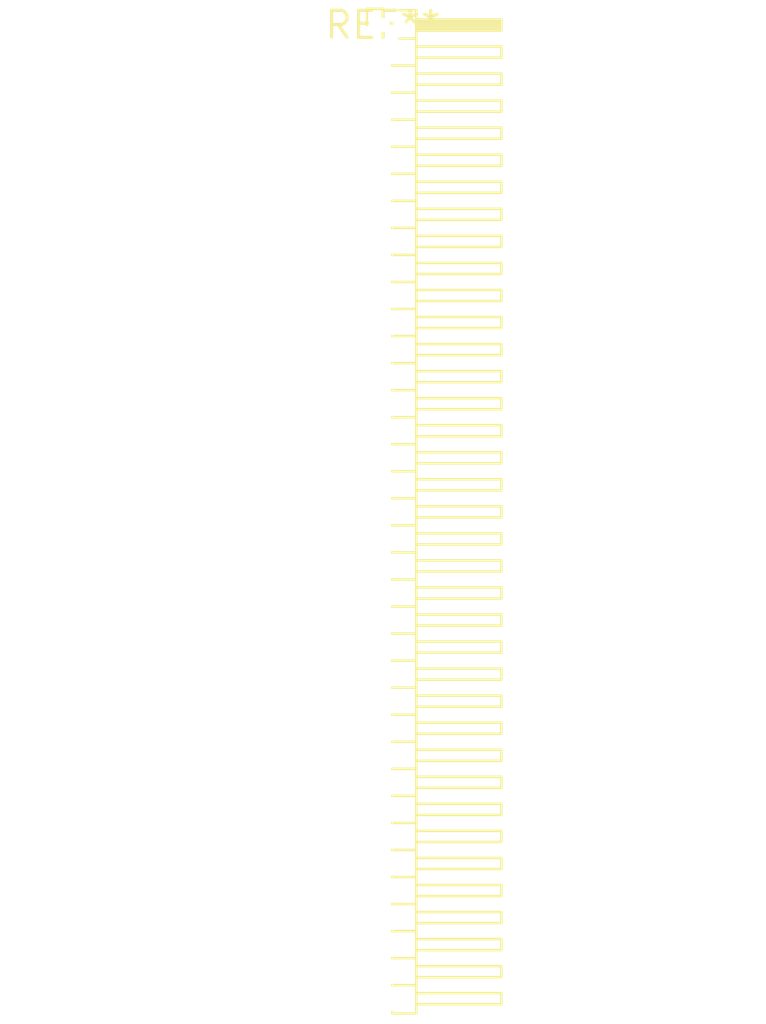
<source format=kicad_pcb>
(kicad_pcb (version 20240108) (generator pcbnew)
  (layers (0 "F.Cu" signal) (31 "B.Cu" signal) (34 "B.Paste" user) (35 "F.Paste" user) (36 "B.SilkS" user "B.Silkscreen") (37 "F.SilkS" user "F.Silkscreen") (38 "B.Mask" user) (39 "F.Mask" user) (44 "Edge.Cuts" user))
  (net 0 "")
  (footprint "PinHeader_1x37_P1.27mm_Horizontal" (layer "F.Cu") (at 0 0)
    (property "Reference" "REF**")
    (property "Value" "PinHeader_1x37_P1.27mm_Horizontal")
    (fp_line (start -0.76 -0.76) (end 0 -0.76) (layer "F.SilkS") (stroke (width 0.12)))
    (fp_line (start -0.76 0) (end -0.76 -0.76) (layer "F.SilkS") (stroke (width 0.12)))
    (fp_line (start 0.44 1.889677) (end 0.44 1.920323) (layer "F.SilkS") (stroke (width 0.12)))
    (fp_line (start 0.44 1.905) (end 1.56 1.905) (layer "F.SilkS") (stroke (width 0.12)))
    (fp_line (start 0.44 3.159677) (end 0.44 3.190323) (layer "F.SilkS") (stroke (width 0.12)))
    (fp_line (start 0.44 3.175) (end 1.56 3.175) (layer "F.SilkS") (stroke (width 0.12)))
    (fp_line (start 0.44 4.429677) (end 0.44 4.460323) (layer "F.SilkS") (stroke (width 0.12)))
    (fp_line (start 0.44 4.445) (end 1.56 4.445) (layer "F.SilkS") (stroke (width 0.12)))
    (fp_line (start 0.44 5.699677) (end 0.44 5.730323) (layer "F.SilkS") (stroke (width 0.12)))
    (fp_line (start 0.44 5.715) (end 1.56 5.715) (layer "F.SilkS") (stroke (width 0.12)))
    (fp_line (start 0.44 6.969677) (end 0.44 7.000323) (layer "F.SilkS") (stroke (width 0.12)))
    (fp_line (start 0.44 6.985) (end 1.56 6.985) (layer "F.SilkS") (stroke (width 0.12)))
    (fp_line (start 0.44 8.239677) (end 0.44 8.270323) (layer "F.SilkS") (stroke (width 0.12)))
    (fp_line (start 0.44 8.255) (end 1.56 8.255) (layer "F.SilkS") (stroke (width 0.12)))
    (fp_line (start 0.44 9.509677) (end 0.44 9.540323) (layer "F.SilkS") (stroke (width 0.12)))
    (fp_line (start 0.44 9.525) (end 1.56 9.525) (layer "F.SilkS") (stroke (width 0.12)))
    (fp_line (start 0.44 10.779677) (end 0.44 10.810323) (layer "F.SilkS") (stroke (width 0.12)))
    (fp_line (start 0.44 10.795) (end 1.56 10.795) (layer "F.SilkS") (stroke (width 0.12)))
    (fp_line (start 0.44 12.049677) (end 0.44 12.080323) (layer "F.SilkS") (stroke (width 0.12)))
    (fp_line (start 0.44 12.065) (end 1.56 12.065) (layer "F.SilkS") (stroke (width 0.12)))
    (fp_line (start 0.44 13.319677) (end 0.44 13.350323) (layer "F.SilkS") (stroke (width 0.12)))
    (fp_line (start 0.44 13.335) (end 1.56 13.335) (layer "F.SilkS") (stroke (width 0.12)))
    (fp_line (start 0.44 14.589677) (end 0.44 14.620323) (layer "F.SilkS") (stroke (width 0.12)))
    (fp_line (start 0.44 14.605) (end 1.56 14.605) (layer "F.SilkS") (stroke (width 0.12)))
    (fp_line (start 0.44 15.859677) (end 0.44 15.890323) (layer "F.SilkS") (stroke (width 0.12)))
    (fp_line (start 0.44 15.875) (end 1.56 15.875) (layer "F.SilkS") (stroke (width 0.12)))
    (fp_line (start 0.44 17.129677) (end 0.44 17.160323) (layer "F.SilkS") (stroke (width 0.12)))
    (fp_line (start 0.44 17.145) (end 1.56 17.145) (layer "F.SilkS") (stroke (width 0.12)))
    (fp_line (start 0.44 18.399677) (end 0.44 18.430323) (layer "F.SilkS") (stroke (width 0.12)))
    (fp_line (start 0.44 18.415) (end 1.56 18.415) (layer "F.SilkS") (stroke (width 0.12)))
    (fp_line (start 0.44 19.669677) (end 0.44 19.700323) (layer "F.SilkS") (stroke (width 0.12)))
    (fp_line (start 0.44 19.685) (end 1.56 19.685) (layer "F.SilkS") (stroke (width 0.12)))
    (fp_line (start 0.44 20.939677) (end 0.44 20.970323) (layer "F.SilkS") (stroke (width 0.12)))
    (fp_line (start 0.44 20.955) (end 1.56 20.955) (layer "F.SilkS") (stroke (width 0.12)))
    (fp_line (start 0.44 22.209677) (end 0.44 22.240323) (layer "F.SilkS") (stroke (width 0.12)))
    (fp_line (start 0.44 22.225) (end 1.56 22.225) (layer "F.SilkS") (stroke (width 0.12)))
    (fp_line (start 0.44 23.479677) (end 0.44 23.510323) (layer "F.SilkS") (stroke (width 0.12)))
    (fp_line (start 0.44 23.495) (end 1.56 23.495) (layer "F.SilkS") (stroke (width 0.12)))
    (fp_line (start 0.44 24.749677) (end 0.44 24.780323) (layer "F.SilkS") (stroke (width 0.12)))
    (fp_line (start 0.44 24.765) (end 1.56 24.765) (layer "F.SilkS") (stroke (width 0.12)))
    (fp_line (start 0.44 26.019677) (end 0.44 26.050323) (layer "F.SilkS") (stroke (width 0.12)))
    (fp_line (start 0.44 26.035) (end 1.56 26.035) (layer "F.SilkS") (stroke (width 0.12)))
    (fp_line (start 0.44 27.289677) (end 0.44 27.320323) (layer "F.SilkS") (stroke (width 0.12)))
    (fp_line (start 0.44 27.305) (end 1.56 27.305) (layer "F.SilkS") (stroke (width 0.12)))
    (fp_line (start 0.44 28.559677) (end 0.44 28.590323) (layer "F.SilkS") (stroke (width 0.12)))
    (fp_line (start 0.44 28.575) (end 1.56 28.575) (layer "F.SilkS") (stroke (width 0.12)))
    (fp_line (start 0.44 29.829677) (end 0.44 29.860323) (layer "F.SilkS") (stroke (width 0.12)))
    (fp_line (start 0.44 29.845) (end 1.56 29.845) (layer "F.SilkS") (stroke (width 0.12)))
    (fp_line (start 0.44 31.099677) (end 0.44 31.130323) (layer "F.SilkS") (stroke (width 0.12)))
    (fp_line (start 0.44 31.115) (end 1.56 31.115) (layer "F.SilkS") (stroke (width 0.12)))
    (fp_line (start 0.44 32.369677) (end 0.44 32.400323) (layer "F.SilkS") (stroke (width 0.12)))
    (fp_line (start 0.44 32.385) (end 1.56 32.385) (layer "F.SilkS") (stroke (width 0.12)))
    (fp_line (start 0.44 33.639677) (end 0.44 33.670323) (layer "F.SilkS") (stroke (width 0.12)))
    (fp_line (start 0.44 33.655) (end 1.56 33.655) (layer "F.SilkS") (stroke (width 0.12)))
    (fp_line (start 0.44 34.909677) (end 0.44 34.940323) (layer "F.SilkS") (stroke (width 0.12)))
    (fp_line (start 0.44 34.925) (end 1.56 34.925) (layer "F.SilkS") (stroke (width 0.12)))
    (fp_line (start 0.44 36.179677) (end 0.44 36.210323) (layer "F.SilkS") (stroke (width 0.12)))
    (fp_line (start 0.44 36.195) (end 1.56 36.195) (layer "F.SilkS") (stroke (width 0.12)))
    (fp_line (start 0.44 37.449677) (end 0.44 37.480323) (layer "F.SilkS") (stroke (width 0.12)))
    (fp_line (start 0.44 37.465) (end 1.56 37.465) (layer "F.SilkS") (stroke (width 0.12)))
    (fp_line (start 0.44 38.719677) (end 0.44 38.750323) (layer "F.SilkS") (stroke (width 0.12)))
    (fp_line (start 0.44 38.735) (end 1.56 38.735) (layer "F.SilkS") (stroke (width 0.12)))
    (fp_line (start 0.44 39.989677) (end 0.44 40.020323) (layer "F.SilkS") (stroke (width 0.12)))
    (fp_line (start 0.44 40.005) (end 1.56 40.005) (layer "F.SilkS") (stroke (width 0.12)))
    (fp_line (start 0.44 41.259677) (end 0.44 41.290323) (layer "F.SilkS") (stroke (width 0.12)))
    (fp_line (start 0.44 41.275) (end 1.56 41.275) (layer "F.SilkS") (stroke (width 0.12)))
    (fp_line (start 0.44 42.529677) (end 0.44 42.560323) (layer "F.SilkS") (stroke (width 0.12)))
    (fp_line (start 0.44 42.545) (end 1.56 42.545) (layer "F.SilkS") (stroke (width 0.12)))
    (fp_line (start 0.44 43.799677) (end 0.44 43.830323) (layer "F.SilkS") (stroke (width 0.12)))
    (fp_line (start 0.44 43.815) (end 1.56 43.815) (layer "F.SilkS") (stroke (width 0.12)))
    (fp_line (start 0.44 45.069677) (end 0.44 45.100323) (layer "F.SilkS") (stroke (width 0.12)))
    (fp_line (start 0.44 45.085) (end 1.56 45.085) (layer "F.SilkS") (stroke (width 0.12)))
    (fp_line (start 0.44 46.415) (end 0.44 46.339677) (layer "F.SilkS") (stroke (width 0.12)))
    (fp_line (start 0.76 -0.695) (end 1.56 -0.695) (layer "F.SilkS") (stroke (width 0.12)))
    (fp_line (start 0.76 0.635) (end 1.56 0.635) (layer "F.SilkS") (stroke (width 0.12)))
    (fp_line (start 1.56 -0.695) (end 1.56 46.415) (layer "F.SilkS") (stroke (width 0.12)))
    (fp_line (start 1.56 -0.26) (end 5.56 -0.26) (layer "F.SilkS") (stroke (width 0.12)))
    (fp_line (start 1.56 -0.2) (end 5.56 -0.2) (layer "F.SilkS") (stroke (width 0.12)))
    (fp_line (start 1.56 -0.08) (end 5.56 -0.08) (layer "F.SilkS") (stroke (width 0.12)))
    (fp_line (start 1.56 0.04) (end 5.56 0.04) (layer "F.SilkS") (stroke (width 0.12)))
    (fp_line (start 1.56 0.16) (end 5.56 0.16) (layer "F.SilkS") (stroke (width 0.12)))
    (fp_line (start 1.56 1.01) (end 5.56 1.01) (layer "F.SilkS") (stroke (width 0.12)))
    (fp_line (start 1.56 2.28) (end 5.56 2.28) (layer "F.SilkS") (stroke (width 0.12)))
    (fp_line (start 1.56 3.55) (end 5.56 3.55) (layer "F.SilkS") (stroke (width 0.12)))
    (fp_line (start 1.56 4.82) (end 5.56 4.82) (layer "F.SilkS") (stroke (width 0.12)))
    (fp_line (start 1.56 6.09) (end 5.56 6.09) (layer "F.SilkS") (stroke (width 0.12)))
    (fp_line (start 1.56 7.36) (end 5.56 7.36) (layer "F.SilkS") (stroke (width 0.12)))
    (fp_line (start 1.56 8.63) (end 5.56 8.63) (layer "F.SilkS") (stroke (width 0.12)))
    (fp_line (start 1.56 9.9) (end 5.56 9.9) (layer "F.SilkS") (stroke (width 0.12)))
    (fp_line (start 1.56 11.17) (end 5.56 11.17) (layer "F.SilkS") (stroke (width 0.12)))
    (fp_line (start 1.56 12.44) (end 5.56 12.44) (layer "F.SilkS") (stroke (width 0.12)))
    (fp_line (start 1.56 13.71) (end 5.56 13.71) (layer "F.SilkS") (stroke (width 0.12)))
    (fp_line (start 1.56 14.98) (end 5.56 14.98) (layer "F.SilkS") (stroke (width 0.12)))
    (fp_line (start 1.56 16.25) (end 5.56 16.25) (layer "F.SilkS") (stroke (width 0.12)))
    (fp_line (start 1.56 17.52) (end 5.56 17.52) (layer "F.SilkS") (stroke (width 0.12)))
    (fp_line (start 1.56 18.79) (end 5.56 18.79) (layer "F.SilkS") (stroke (width 0.12)))
    (fp_line (start 1.56 20.06) (end 5.56 20.06) (layer "F.SilkS") (stroke (width 0.12)))
    (fp_line (start 1.56 21.33) (end 5.56 21.33) (layer "F.SilkS") (stroke (width 0.12)))
    (fp_line (start 1.56 22.6) (end 5.56 22.6) (layer "F.SilkS") (stroke (width 0.12)))
    (fp_line (start 1.56 23.87) (end 5.56 23.87) (layer "F.SilkS") (stroke (width 0.12)))
    (fp_line (start 1.56 25.14) (end 5.56 25.14) (layer "F.SilkS") (stroke (width 0.12)))
    (fp_line (start 1.56 26.41) (end 5.56 26.41) (layer "F.SilkS") (stroke (width 0.12)))
    (fp_line (start 1.56 27.68) (end 5.56 27.68) (layer "F.SilkS") (stroke (width 0.12)))
    (fp_line (start 1.56 28.95) (end 5.56 28.95) (layer "F.SilkS") (stroke (width 0.12)))
    (fp_line (start 1.56 30.22) (end 5.56 30.22) (layer "F.SilkS") (stroke (width 0.12)))
    (fp_line (start 1.56 31.49) (end 5.56 31.49) (layer "F.SilkS") (stroke (width 0.12)))
    (fp_line (start 1.56 32.76) (end 5.56 32.76) (layer "F.SilkS") (stroke (width 0.12)))
    (fp_line (start 1.56 34.03) (end 5.56 34.03) (layer "F.SilkS") (stroke (width 0.12)))
    (fp_line (start 1.56 35.3) (end 5.56 35.3) (layer "F.SilkS") (stroke (width 0.12)))
    (fp_line (start 1.56 36.57) (end 5.56 36.57) (layer "F.SilkS") (stroke (width 0.12)))
    (fp_line (start 1.56 37.84) (end 5.56 37.84) (layer "F.SilkS") (stroke (width 0.12)))
    (fp_line (start 1.56 39.11) (end 5.56 39.11) (layer "F.SilkS") (stroke (width 0.12)))
    (fp_line (start 1.56 40.38) (end 5.56 40.38) (layer "F.SilkS") (stroke (width 0.12)))
    (fp_line (start 1.56 41.65) (end 5.56 41.65) (layer "F.SilkS") (stroke (width 0.12)))
    (fp_line (start 1.56 42.92) (end 5.56 42.92) (layer "F.SilkS") (stroke (width 0.12)))
    (fp_line (start 1.56 44.19) (end 5.56 44.19) (layer "F.SilkS") (stroke (width 0.12)))
    (fp_line (start 1.56 45.46) (end 5.56 45.46) (layer "F.SilkS") (stroke (width 0.12)))
    (fp_line (start 1.56 46.415) (end 0.44 46.415) (layer "F.SilkS") (stroke (width 0.12)))
    (fp_line (start 5.56 -0.26) (end 5.56 0.26) (layer "F.SilkS") (stroke (width 0.12)))
    (fp_line (start 5.56 0.26) (end 1.56 0.26) (layer "F.SilkS") (stroke (width 0.12)))
    (fp_line (start 5.56 1.01) (end 5.56 1.53) (layer "F.SilkS") (stroke (width 0.12)))
    (fp_line (start 5.56 1.53) (end 1.56 1.53) (layer "F.SilkS") (stroke (width 0.12)))
    (fp_line (start 5.56 2.28) (end 5.56 2.8) (layer "F.SilkS") (stroke (width 0.12)))
    (fp_line (start 5.56 2.8) (end 1.56 2.8) (layer "F.SilkS") (stroke (width 0.12)))
    (fp_line (start 5.56 3.55) (end 5.56 4.07) (layer "F.SilkS") (stroke (width 0.12)))
    (fp_line (start 5.56 4.07) (end 1.56 4.07) (layer "F.SilkS") (stroke (width 0.12)))
    (fp_line (start 5.56 4.82) (end 5.56 5.34) (layer "F.SilkS") (stroke (width 0.12)))
    (fp_line (start 5.56 5.34) (end 1.56 5.34) (layer "F.SilkS") (stroke (width 0.12)))
    (fp_line (start 5.56 6.09) (end 5.56 6.61) (layer "F.SilkS") (stroke (width 0.12)))
    (fp_line (start 5.56 6.61) (end 1.56 6.61) (layer "F.SilkS") (stroke (width 0.12)))
    (fp_line (start 5.56 7.36) (end 5.56 7.88) (layer "F.SilkS") (stroke (width 0.12)))
    (fp_line (start 5.56 7.88) (end 1.56 7.88) (layer "F.SilkS") (stroke (width 0.12)))
    (fp_line (start 5.56 8.63) (end 5.56 9.15) (layer "F.SilkS") (stroke (width 0.12)))
    (fp_line (start 5.56 9.15) (end 1.56 9.15) (layer "F.SilkS") (stroke (width 0.12)))
    (fp_line (start 5.56 9.9) (end 5.56 10.42) (layer "F.SilkS") (stroke (width 0.12)))
    (fp_line (start 5.56 10.42) (end 1.56 10.42) (layer "F.SilkS") (stroke (width 0.12)))
    (fp_line (start 5.56 11.17) (end 5.56 11.69) (layer "F.SilkS") (stroke (width 0.12)))
    (fp_line (start 5.56 11.69) (end 1.56 11.69) (layer "F.SilkS") (stroke (width 0.12)))
    (fp_line (start 5.56 12.44) (end 5.56 12.96) (layer "F.SilkS") (stroke (width 0.12)))
    (fp_line (start 5.56 12.96) (end 1.56 12.96) (layer "F.SilkS") (stroke (width 0.12)))
    (fp_line (start 5.56 13.71) (end 5.56 14.23) (layer "F.SilkS") (stroke (width 0.12)))
    (fp_line (start 5.56 14.23) (end 1.56 14.23) (layer "F.SilkS") (stroke (width 0.12)))
    (fp_line (start 5.56 14.98) (end 5.56 15.5) (layer "F.SilkS") (stroke (width 0.12)))
    (fp_line (start 5.56 15.5) (end 1.56 15.5) (layer "F.SilkS") (stroke (width 0.12)))
    (fp_line (start 5.56 16.25) (end 5.56 16.77) (layer "F.SilkS") (stroke (width 0.12)))
    (fp_line (start 5.56 16.77) (end 1.56 16.77) (layer "F.SilkS") (stroke (width 0.12)))
    (fp_line (start 5.56 17.52) (end 5.56 18.04) (layer "F.SilkS") (stroke (width 0.12)))
    (fp_line (start 5.56 18.04) (end 1.56 18.04) (layer "F.SilkS") (stroke (width 0.12)))
    (fp_line (start 5.56 18.79) (end 5.56 19.31) (layer "F.SilkS") (stroke (width 0.12)))
    (fp_line (start 5.56 19.31) (end 1.56 19.31) (layer "F.SilkS") (stroke (width 0.12)))
    (fp_line (start 5.56 20.06) (end 5.56 20.58) (layer "F.SilkS") (stroke (width 0.12)))
    (fp_line (start 5.56 20.58) (end 1.56 20.58) (layer "F.SilkS") (stroke (width 0.12)))
    (fp_line (start 5.56 21.33) (end 5.56 21.85) (layer "F.SilkS") (stroke (width 0.12)))
    (fp_line (start 5.56 21.85) (end 1.56 21.85) (layer "F.SilkS") (stroke (width 0.12)))
    (fp_line (start 5.56 22.6) (end 5.56 23.12) (layer "F.SilkS") (stroke (width 0.12)))
    (fp_line (start 5.56 23.12) (end 1.56 23.12) (layer "F.SilkS") (stroke (width 0.12)))
    (fp_line (start 5.56 23.87) (end 5.56 24.39) (layer "F.SilkS") (stroke (width 0.12)))
    (fp_line (start 5.56 24.39) (end 1.56 24.39) (layer "F.SilkS") (stroke (width 0.12)))
    (fp_line (start 5.56 25.14) (end 5.56 25.66) (layer "F.SilkS") (stroke (width 0.12)))
    (fp_line (start 5.56 25.66) (end 1.56 25.66) (layer "F.SilkS") (stroke (width 0.12)))
    (fp_line (start 5.56 26.41) (end 5.56 26.93) (layer "F.SilkS") (stroke (width 0.12)))
    (fp_line (start 5.56 26.93) (end 1.56 26.93) (layer "F.SilkS") (stroke (width 0.12)))
    (fp_line (start 5.56 27.68) (end 5.56 28.2) (layer "F.SilkS") (stroke (width 0.12)))
    (fp_line (start 5.56 28.2) (end 1.56 28.2) (layer "F.SilkS") (stroke (width 0.12)))
    (fp_line (start 5.56 28.95) (end 5.56 29.47) (layer "F.SilkS") (stroke (width 0.12)))
    (fp_line (start 5.56 29.47) (end 1.56 29.47) (layer "F.SilkS") (stroke (width 0.12)))
    (fp_line (start 5.56 30.22) (end 5.56 30.74) (layer "F.SilkS") (stroke (width 0.12)))
    (fp_line (start 5.56 30.74) (end 1.56 30.74) (layer "F.SilkS") (stroke (width 0.12)))
    (fp_line (start 5.56 31.49) (end 5.56 32.01) (layer "F.SilkS") (stroke (width 0.12)))
    (fp_line (start 5.56 32.01) (end 1.56 32.01) (layer "F.SilkS") (stroke (width 0.12)))
    (fp_line (start 5.56 32.76) (end 5.56 33.28) (layer "F.SilkS") (stroke (width 0.12)))
    (fp_line (start 5.56 33.28) (end 1.56 33.28) (layer "F.SilkS") (stroke (width 0.12)))
    (fp_line (start 5.56 34.03) (end 5.56 34.55) (layer "F.SilkS") (stroke (width 0.12)))
    (fp_line (start 5.56 34.55) (end 1.56 34.55) (layer "F.SilkS") (stroke (width 0.12)))
    (fp_line (start 5.56 35.3) (end 5.56 35.82) (layer "F.SilkS") (stroke (width 0.12)))
    (fp_line (start 5.56 35.82) (end 1.56 35.82) (layer "F.SilkS") (stroke (width 0.12)))
    (fp_line (start 5.56 36.57) (end 5.56 37.09) (layer "F.SilkS") (stroke (width 0.12)))
    (fp_line (start 5.56 37.09) (end 1.56 37.09) (layer "F.SilkS") (stroke (width 0.12)))
    (fp_line (start 5.56 37.84) (end 5.56 38.36) (layer "F.SilkS") (stroke (width 0.12)))
    (fp_line (start 5.56 38.36) (end 1.56 38.36) (layer "F.SilkS") (stroke (width 0.12)))
    (fp_line (start 5.56 39.11) (end 5.56 39.63) (layer "F.SilkS") (stroke (width 0.12)))
    (fp_line (start 5.56 39.63) (end 1.56 39.63) (layer "F.SilkS") (stroke (width 0.12)))
    (fp_line (start 5.56 40.38) (end 5.56 40.9) (layer "F.SilkS") (stroke (width 0.12)))
    (fp_line (start 5.56 40.9) (end 1.56 40.9) (layer "F.SilkS") (stroke (width 0.12)))
    (fp_line (start 5.56 41.65) (end 5.56 42.17) (layer "F.SilkS") (stroke (width 0.12)))
    (fp_line (start 5.56 42.17) (end 1.56 42.17) (layer "F.SilkS") (stroke (width 0.12)))
    (fp_line (start 5.56 42.92) (end 5.56 43.44) (layer "F.SilkS") (stroke (width 0.12)))
    (fp_line (start 5.56 43.44) (end 1.56 43.44) (layer "F.SilkS") (stroke (width 0.12)))
    (fp_line (start 5.56 44.19) (end 5.56 44.71) (layer "F.SilkS") (stroke (width 0.12)))
    (fp_line (start 5.56 44.71) (end 1.56 44.71) (layer "F.SilkS") (stroke (width 0.12)))
    (fp_line (start 5.56 45.46) (end 5.56 45.98) (layer "F.SilkS") (stroke (width 0.12)))
    (fp_line (start 5.56 45.98) (end 1.56 45.98) (layer "F.SilkS") (stroke (width 0.12)))
    (pad "1" thru_hole rect (at 0 0) (size 1 1) (drill 0.65) (layers *.Cu *.Mask) (remove_unused_layers))
    (pad "2" thru_hole oval (at 0 1.27) (size 1 1) (drill 0.65) (layers *.Cu *.Mask) (remove_unused_layers))
    (pad "3" thru_hole oval (at 0 2.54) (size 1 1) (drill 0.65) (layers *.Cu *.Mask) (remove_unused_layers))
    (pad "4" thru_hole oval (at 0 3.81) (size 1 1) (drill 0.65) (layers *.Cu *.Mask) (remove_unused_layers))
    (pad "5" thru_hole oval (at 0 5.08) (size 1 1) (drill 0.65) (layers *.Cu *.Mask) (remove_unused_layers))
    (pad "6" thru_hole oval (at 0 6.35) (size 1 1) (drill 0.65) (layers *.Cu *.Mask) (remove_unused_layers))
    (pad "7" thru_hole oval (at 0 7.62) (size 1 1) (drill 0.65) (layers *.Cu *.Mask) (remove_unused_layers))
    (pad "8" thru_hole oval (at 0 8.89) (size 1 1) (drill 0.65) (layers *.Cu *.Mask) (remove_unused_layers))
    (pad "9" thru_hole oval (at 0 10.16) (size 1 1) (drill 0.65) (layers *.Cu *.Mask) (remove_unused_layers))
    (pad "10" thru_hole oval (at 0 11.43) (size 1 1) (drill 0.65) (layers *.Cu *.Mask) (remove_unused_layers))
    (pad "11" thru_hole oval (at 0 12.7) (size 1 1) (drill 0.65) (layers *.Cu *.Mask) (remove_unused_layers))
    (pad "12" thru_hole oval (at 0 13.97) (size 1 1) (drill 0.65) (layers *.Cu *.Mask) (remove_unused_layers))
    (pad "13" thru_hole oval (at 0 15.24) (size 1 1) (drill 0.65) (layers *.Cu *.Mask) (remove_unused_layers))
    (pad "14" thru_hole oval (at 0 16.51) (size 1 1) (drill 0.65) (layers *.Cu *.Mask) (remove_unused_layers))
    (pad "15" thru_hole oval (at 0 17.78) (size 1 1) (drill 0.65) (layers *.Cu *.Mask) (remove_unused_layers))
    (pad "16" thru_hole oval (at 0 19.05) (size 1 1) (drill 0.65) (layers *.Cu *.Mask) (remove_unused_layers))
    (pad "17" thru_hole oval (at 0 20.32) (size 1 1) (drill 0.65) (layers *.Cu *.Mask) (remove_unused_layers))
    (pad "18" thru_hole oval (at 0 21.59) (size 1 1) (drill 0.65) (layers *.Cu *.Mask) (remove_unused_layers))
    (pad "19" thru_hole oval (at 0 22.86) (size 1 1) (drill 0.65) (layers *.Cu *.Mask) (remove_unused_layers))
    (pad "20" thru_hole oval (at 0 24.13) (size 1 1) (drill 0.65) (layers *.Cu *.Mask) (remove_unused_layers))
    (pad "21" thru_hole oval (at 0 25.4) (size 1 1) (drill 0.65) (layers *.Cu *.Mask) (remove_unused_layers))
    (pad "22" thru_hole oval (at 0 26.67) (size 1 1) (drill 0.65) (layers *.Cu *.Mask) (remove_unused_layers))
    (pad "23" thru_hole oval (at 0 27.94) (size 1 1) (drill 0.65) (layers *.Cu *.Mask) (remove_unused_layers))
    (pad "24" thru_hole oval (at 0 29.21) (size 1 1) (drill 0.65) (layers *.Cu *.Mask) (remove_unused_layers))
    (pad "25" thru_hole oval (at 0 30.48) (size 1 1) (drill 0.65) (layers *.Cu *.Mask) (remove_unused_layers))
    (pad "26" thru_hole oval (at 0 31.75) (size 1 1) (drill 0.65) (layers *.Cu *.Mask) (remove_unused_layers))
    (pad "27" thru_hole oval (at 0 33.02) (size 1 1) (drill 0.65) (layers *.Cu *.Mask) (remove_unused_layers))
    (pad "28" thru_hole oval (at 0 34.29) (size 1 1) (drill 0.65) (layers *.Cu *.Mask) (remove_unused_layers))
    (pad "29" thru_hole oval (at 0 35.56) (size 1 1) (drill 0.65) (layers *.Cu *.Mask) (remove_unused_layers))
    (pad "30" thru_hole oval (at 0 36.83) (size 1 1) (drill 0.65) (layers *.Cu *.Mask) (remove_unused_layers))
    (pad "31" thru_hole oval (at 0 38.1) (size 1 1) (drill 0.65) (layers *.Cu *.Mask) (remove_unused_layers))
    (pad "32" thru_hole oval (at 0 39.37) (size 1 1) (drill 0.65) (layers *.Cu *.Mask) (remove_unused_layers))
    (pad "33" thru_hole oval (at 0 40.64) (size 1 1) (drill 0.65) (layers *.Cu *.Mask) (remove_unused_layers))
    (pad "34" thru_hole oval (at 0 41.91) (size 1 1) (drill 0.65) (layers *.Cu *.Mask) (remove_unused_layers))
    (pad "35" thru_hole oval (at 0 43.18) (size 1 1) (drill 0.65) (layers *.Cu *.Mask) (remove_unused_layers))
    (pad "36" thru_hole oval (at 0 44.45) (size 1 1) (drill 0.65) (layers *.Cu *.Mask) (remove_unused_layers))
    (pad "37" thru_hole oval (at 0 45.72) (size 1 1) (drill 0.65) (layers *.Cu *.Mask) (remove_unused_layers))
  )
)
</source>
